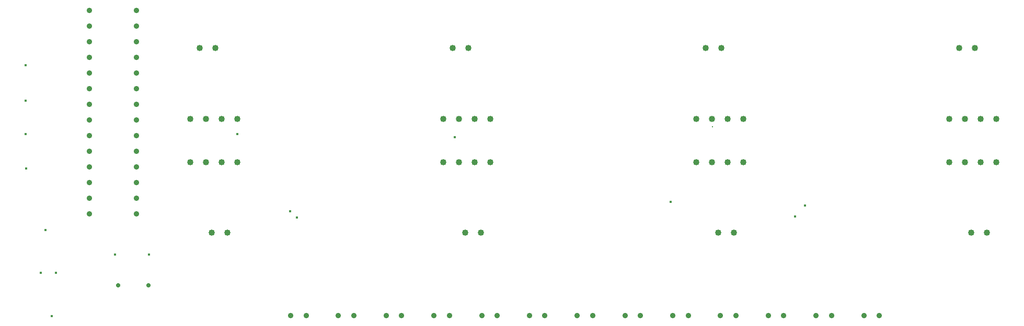
<source format=gbr>
%TF.GenerationSoftware,Altium Limited,Altium Designer,24.6.1 (21)*%
G04 Layer_Color=0*
%FSLAX45Y45*%
%MOMM*%
%TF.SameCoordinates,9A433DDD-85E4-4EE4-B99C-1E68303A8431*%
%TF.FilePolarity,Positive*%
%TF.FileFunction,Plated,1,2,PTH,Drill*%
%TF.Part,Single*%
G01*
G75*
%TA.AperFunction,OtherDrill,Pad Free-25 (74.033mm,37mm)*%
%ADD45C,0.40000*%
%TA.AperFunction,OtherDrill,Pad Free-24 (38.81mm,37.5mm)*%
%ADD46C,0.40000*%
%TA.AperFunction,ComponentDrill*%
%ADD47C,1.02000*%
%ADD48C,0.70000*%
%TA.AperFunction,OtherDrill,Pad Free-19 (4.549mm,42.949mm)*%
%ADD49C,0.40000*%
%TA.AperFunction,OtherDrill,Pad Free-22 (19.05mm,18mm)*%
%ADD50C,0.40000*%
%TA.AperFunction,OtherDrill,Pad Free-21 (24.5mm,18mm)*%
%ADD51C,0.40000*%
%TA.AperFunction,OtherDrill,Pad Free-20 (4.55mm,48.7mm)*%
%ADD52C,0.40000*%
%TA.AperFunction,OtherDrill,Pad Free-18 (4.558mm,37.531mm)*%
%ADD53C,0.40000*%
%TA.AperFunction,OtherDrill,Pad Free-17 (4.627mm,31.983mm)*%
%ADD54C,0.40000*%
%TA.AperFunction,OtherDrill,Pad Free-16 (8.777mm,8mm)*%
%ADD55C,0.40000*%
%TA.AperFunction,OtherDrill,Pad Free-15 (7.75mm,21.95mm)*%
%ADD56C,0.40000*%
%TA.AperFunction,OtherDrill,Pad Free-14 (7mm,15mm)*%
%ADD57C,0.40000*%
%TA.AperFunction,OtherDrill,Pad Free-13 (9.5mm,15mm)*%
%ADD58C,0.40000*%
%TA.AperFunction,ComponentDrill*%
%ADD59C,0.90000*%
%TA.AperFunction,ViaDrill,NotFilled*%
%ADD60C,0.30000*%
%ADD61C,0.40000*%
D45*
X7403321Y3700000D02*
D03*
D46*
X3881000Y3750000D02*
D03*
D47*
X3119000Y3300001D02*
D03*
X3373000D02*
D03*
X3881000D02*
D03*
X3627000D02*
D03*
X3472999Y2150000D02*
D03*
X3726999D02*
D03*
X15673000Y3999999D02*
D03*
X15419000D02*
D03*
X15927000D02*
D03*
X16181000D02*
D03*
X15927000Y3300001D02*
D03*
X16181000D02*
D03*
X15673000D02*
D03*
X15419000D02*
D03*
X11826998D02*
D03*
X12080998D02*
D03*
X11572998D02*
D03*
X11318998D02*
D03*
X11572998Y3999999D02*
D03*
X11318998D02*
D03*
X11826998D02*
D03*
X12080998D02*
D03*
X7473002D02*
D03*
X7219002D02*
D03*
X7727002D02*
D03*
X7981002D02*
D03*
X7727002Y3300001D02*
D03*
X7981002D02*
D03*
X7473002D02*
D03*
X7219002D02*
D03*
X3373000Y3999999D02*
D03*
X3119000D02*
D03*
X3627000D02*
D03*
X3881000D02*
D03*
X15573001Y5149999D02*
D03*
X15827000D02*
D03*
X11472999D02*
D03*
X11726999D02*
D03*
X7373002D02*
D03*
X7627002D02*
D03*
X3273000D02*
D03*
X3527000D02*
D03*
X16027000Y2150000D02*
D03*
X15773000D02*
D03*
X11926998D02*
D03*
X11672998D02*
D03*
X7827002D02*
D03*
X7573002D02*
D03*
D48*
X1956005Y1300005D02*
D03*
X2444005D02*
D03*
D49*
X454921Y4294929D02*
D03*
D50*
X1905002Y1799998D02*
D03*
D51*
X2449999D02*
D03*
D52*
X454992Y4870000D02*
D03*
D53*
X455784Y3753065D02*
D03*
D54*
X462698Y3198340D02*
D03*
D55*
X877678Y800000D02*
D03*
D56*
X775001Y2195004D02*
D03*
D57*
X700000Y1499999D02*
D03*
D58*
X950002D02*
D03*
D59*
X10163690Y809195D02*
D03*
X10413692D02*
D03*
X13258258D02*
D03*
X13508255D02*
D03*
X4748201D02*
D03*
X4998198D02*
D03*
X6295483D02*
D03*
X6545480D02*
D03*
X5771842D02*
D03*
X5521845D02*
D03*
X7319123D02*
D03*
X7069126D02*
D03*
X8092767D02*
D03*
X7842770D02*
D03*
X8866410D02*
D03*
X8616408D02*
D03*
X9640048D02*
D03*
X9390051D02*
D03*
X12734617D02*
D03*
X12484615D02*
D03*
X11960973D02*
D03*
X11710976D02*
D03*
X11187335D02*
D03*
X10937333D02*
D03*
X14281898D02*
D03*
X14031902D02*
D03*
X1486399Y4235797D02*
D03*
X2248399Y3727797D02*
D03*
Y3981797D02*
D03*
X1486399D02*
D03*
X2248399Y4235797D02*
D03*
X1486399Y3473797D02*
D03*
Y3727797D02*
D03*
Y4489797D02*
D03*
Y3219797D02*
D03*
Y2965797D02*
D03*
Y2711797D02*
D03*
Y2457797D02*
D03*
X2248399D02*
D03*
Y2711797D02*
D03*
Y2965797D02*
D03*
Y3219797D02*
D03*
Y3473797D02*
D03*
Y4489797D02*
D03*
Y4743797D02*
D03*
Y4997797D02*
D03*
Y5251797D02*
D03*
Y5505797D02*
D03*
Y5759797D02*
D03*
X1486399Y5505797D02*
D03*
Y5251797D02*
D03*
Y4997797D02*
D03*
Y4743797D02*
D03*
Y5759797D02*
D03*
D60*
X11578295Y3875001D02*
D03*
D61*
X10904719Y2651396D02*
D03*
X4851899Y2396837D02*
D03*
X12919458Y2412977D02*
D03*
X4740139Y2500977D02*
D03*
X13078960Y2594957D02*
D03*
%TF.MD5,33c798e67dd9eb82c7383ffbf6a880c7*%
M02*

</source>
